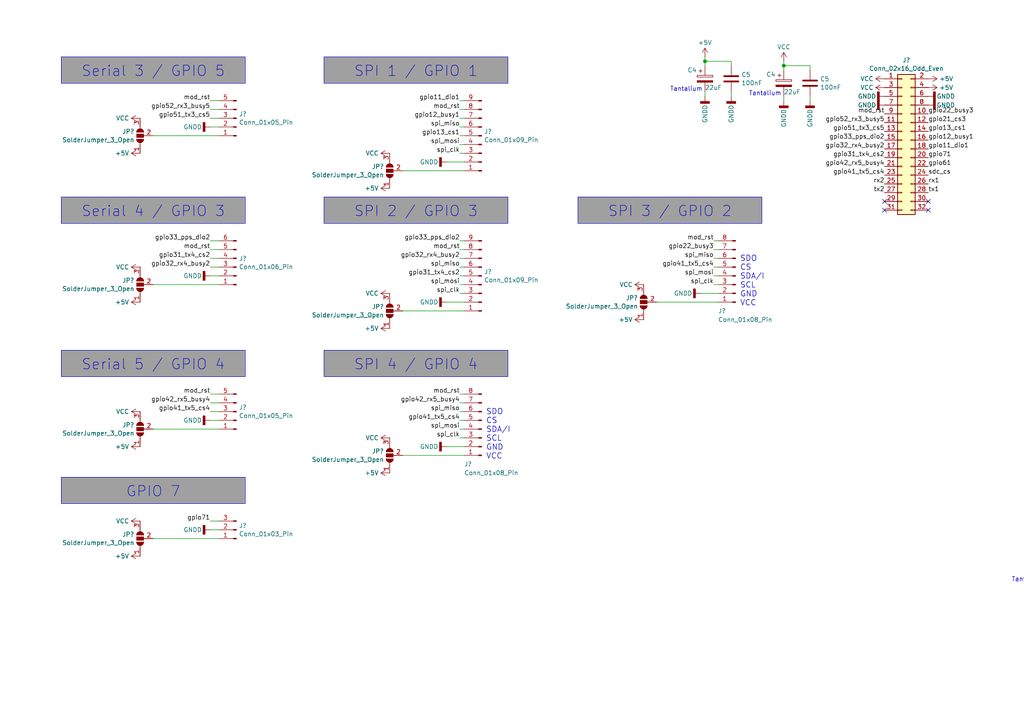
<source format=kicad_sch>
(kicad_sch (version 20230121) (generator eeschema)
  (paper "A4")
  (lib_symbols
    (symbol "Connector:Conn_01x03_Pin" (pin_names (offset 1.016) hide)
      (property "Reference" "J" (at 0 5.08 0))
      (property "Value" "Conn_01x03_Pin" (at 0 -5.08 0))
      (symbol "Conn_01x03_Pin_1_1"
        (polyline (pts (xy 1.27 -2.54) (xy 0.8636 -2.54)) (stroke (width 0.1524)))
        (polyline (pts (xy 1.27 0) (xy 0.8636 0)) (stroke (width 0.1524)))
        (polyline (pts (xy 1.27 2.54) (xy 0.8636 2.54)) (stroke (width 0.1524)))
        (rectangle (start 0.8636 -2.413) (end 0 -2.667) (stroke (width 0.1524)) (fill (type outline)))
        (rectangle (start 0.8636 0.127) (end 0 -0.127) (stroke (width 0.1524)) (fill (type outline)))
        (rectangle (start 0.8636 2.667) (end 0 2.413) (stroke (width 0.1524)) (fill (type outline)))
        (pin passive line (at 5.08 2.54 180) (length 3.81) (name "Pin_1") (number "1"))
        (pin passive line (at 5.08 0 180) (length 3.81) (name "Pin_2") (number "2"))
        (pin passive line (at 5.08 -2.54 180) (length 3.81) (name "Pin_3") (number "3"))
      )
    )
    (symbol "Connector:Conn_01x05_Pin" (pin_names (offset 1.016) hide)
      (property "Reference" "J" (at 0 7.62 0))
      (property "Value" "Conn_01x05_Pin" (at 0 -7.62 0))
      (symbol "Conn_01x05_Pin_1_1"
        (polyline (pts (xy 1.27 -5.08) (xy 0.8636 -5.08)) (stroke (width 0.1524)))
        (polyline (pts (xy 1.27 -2.54) (xy 0.8636 -2.54)) (stroke (width 0.1524)))
        (polyline (pts (xy 1.27 0) (xy 0.8636 0)) (stroke (width 0.1524)))
        (polyline (pts (xy 1.27 2.54) (xy 0.8636 2.54)) (stroke (width 0.1524)))
        (polyline (pts (xy 1.27 5.08) (xy 0.8636 5.08)) (stroke (width 0.1524)))
        (rectangle (start 0.8636 -4.953) (end 0 -5.207) (stroke (width 0.1524)) (fill (type outline)))
        (rectangle (start 0.8636 -2.413) (end 0 -2.667) (stroke (width 0.1524)) (fill (type outline)))
        (rectangle (start 0.8636 0.127) (end 0 -0.127) (stroke (width 0.1524)) (fill (type outline)))
        (rectangle (start 0.8636 2.667) (end 0 2.413) (stroke (width 0.1524)) (fill (type outline)))
        (rectangle (start 0.8636 5.207) (end 0 4.953) (stroke (width 0.1524)) (fill (type outline)))
        (pin passive line (at 5.08 5.08 180) (length 3.81) (name "Pin_1") (number "1"))
        (pin passive line (at 5.08 2.54 180) (length 3.81) (name "Pin_2") (number "2"))
        (pin passive line (at 5.08 0 180) (length 3.81) (name "Pin_3") (number "3"))
        (pin passive line (at 5.08 -2.54 180) (length 3.81) (name "Pin_4") (number "4"))
        (pin passive line (at 5.08 -5.08 180) (length 3.81) (name "Pin_5") (number "5"))
      )
    )
    (symbol "Connector:Conn_01x06_Pin" (pin_names (offset 1.016) hide)
      (property "Reference" "J" (at 0 7.62 0))
      (property "Value" "Conn_01x06_Pin" (at 0 -10.16 0))
      (symbol "Conn_01x06_Pin_1_1"
        (polyline (pts (xy 1.27 -7.62) (xy 0.8636 -7.62)) (stroke (width 0.1524)))
        (polyline (pts (xy 1.27 -5.08) (xy 0.8636 -5.08)) (stroke (width 0.1524)))
        (polyline (pts (xy 1.27 -2.54) (xy 0.8636 -2.54)) (stroke (width 0.1524)))
        (polyline (pts (xy 1.27 0) (xy 0.8636 0)) (stroke (width 0.1524)))
        (polyline (pts (xy 1.27 2.54) (xy 0.8636 2.54)) (stroke (width 0.1524)))
        (polyline (pts (xy 1.27 5.08) (xy 0.8636 5.08)) (stroke (width 0.1524)))
        (rectangle (start 0.8636 -7.493) (end 0 -7.747) (stroke (width 0.1524)) (fill (type outline)))
        (rectangle (start 0.8636 -4.953) (end 0 -5.207) (stroke (width 0.1524)) (fill (type outline)))
        (rectangle (start 0.8636 -2.413) (end 0 -2.667) (stroke (width 0.1524)) (fill (type outline)))
        (rectangle (start 0.8636 0.127) (end 0 -0.127) (stroke (width 0.1524)) (fill (type outline)))
        (rectangle (start 0.8636 2.667) (end 0 2.413) (stroke (width 0.1524)) (fill (type outline)))
        (rectangle (start 0.8636 5.207) (end 0 4.953) (stroke (width 0.1524)) (fill (type outline)))
        (pin passive line (at 5.08 5.08 180) (length 3.81) (name "Pin_1") (number "1"))
        (pin passive line (at 5.08 2.54 180) (length 3.81) (name "Pin_2") (number "2"))
        (pin passive line (at 5.08 0 180) (length 3.81) (name "Pin_3") (number "3"))
        (pin passive line (at 5.08 -2.54 180) (length 3.81) (name "Pin_4") (number "4"))
        (pin passive line (at 5.08 -5.08 180) (length 3.81) (name "Pin_5") (number "5"))
        (pin passive line (at 5.08 -7.62 180) (length 3.81) (name "Pin_6") (number "6"))
      )
    )
    (symbol "Connector:Conn_01x08_Pin" (pin_names (offset 1.016) hide)
      (property "Reference" "J" (at 0 10.16 0))
      (property "Value" "Conn_01x08_Pin" (at 0 -12.7 0))
      (symbol "Conn_01x08_Pin_1_1"
        (polyline (pts (xy 1.27 -10.16) (xy 0.8636 -10.16)) (stroke (width 0.1524)))
        (polyline (pts (xy 1.27 -7.62) (xy 0.8636 -7.62)) (stroke (width 0.1524)))
        (polyline (pts (xy 1.27 -5.08) (xy 0.8636 -5.08)) (stroke (width 0.1524)))
        (polyline (pts (xy 1.27 -2.54) (xy 0.8636 -2.54)) (stroke (width 0.1524)))
        (polyline (pts (xy 1.27 0) (xy 0.8636 0)) (stroke (width 0.1524)))
        (polyline (pts (xy 1.27 2.54) (xy 0.8636 2.54)) (stroke (width 0.1524)))
        (polyline (pts (xy 1.27 5.08) (xy 0.8636 5.08)) (stroke (width 0.1524)))
        (polyline (pts (xy 1.27 7.62) (xy 0.8636 7.62)) (stroke (width 0.1524)))
        (rectangle (start 0.8636 -10.033) (end 0 -10.287) (stroke (width 0.1524)) (fill (type outline)))
        (rectangle (start 0.8636 -7.493) (end 0 -7.747) (stroke (width 0.1524)) (fill (type outline)))
        (rectangle (start 0.8636 -4.953) (end 0 -5.207) (stroke (width 0.1524)) (fill (type outline)))
        (rectangle (start 0.8636 -2.413) (end 0 -2.667) (stroke (width 0.1524)) (fill (type outline)))
        (rectangle (start 0.8636 0.127) (end 0 -0.127) (stroke (width 0.1524)) (fill (type outline)))
        (rectangle (start 0.8636 2.667) (end 0 2.413) (stroke (width 0.1524)) (fill (type outline)))
        (rectangle (start 0.8636 5.207) (end 0 4.953) (stroke (width 0.1524)) (fill (type outline)))
        (rectangle (start 0.8636 7.747) (end 0 7.493) (stroke (width 0.1524)) (fill (type outline)))
        (pin passive line (at 5.08 7.62 180) (length 3.81) (name "Pin_1") (number "1"))
        (pin passive line (at 5.08 5.08 180) (length 3.81) (name "Pin_2") (number "2"))
        (pin passive line (at 5.08 2.54 180) (length 3.81) (name "Pin_3") (number "3"))
        (pin passive line (at 5.08 0 180) (length 3.81) (name "Pin_4") (number "4"))
        (pin passive line (at 5.08 -2.54 180) (length 3.81) (name "Pin_5") (number "5"))
        (pin passive line (at 5.08 -5.08 180) (length 3.81) (name "Pin_6") (number "6"))
        (pin passive line (at 5.08 -7.62 180) (length 3.81) (name "Pin_7") (number "7"))
        (pin passive line (at 5.08 -10.16 180) (length 3.81) (name "Pin_8") (number "8"))
      )
    )
    (symbol "Connector:Conn_01x09_Pin" (pin_names (offset 1.016) hide)
      (property "Reference" "J" (at 0 12.7 0))
      (property "Value" "Conn_01x09_Pin" (at 0 -12.7 0))
      (symbol "Conn_01x09_Pin_1_1"
        (polyline (pts (xy 1.27 -10.16) (xy 0.8636 -10.16)) (stroke (width 0.1524)))
        (polyline (pts (xy 1.27 -7.62) (xy 0.8636 -7.62)) (stroke (width 0.1524)))
        (polyline (pts (xy 1.27 -5.08) (xy 0.8636 -5.08)) (stroke (width 0.1524)))
        (polyline (pts (xy 1.27 -2.54) (xy 0.8636 -2.54)) (stroke (width 0.1524)))
        (polyline (pts (xy 1.27 0) (xy 0.8636 0)) (stroke (width 0.1524)))
        (polyline (pts (xy 1.27 2.54) (xy 0.8636 2.54)) (stroke (width 0.1524)))
        (polyline (pts (xy 1.27 5.08) (xy 0.8636 5.08)) (stroke (width 0.1524)))
        (polyline (pts (xy 1.27 7.62) (xy 0.8636 7.62)) (stroke (width 0.1524)))
        (polyline (pts (xy 1.27 10.16) (xy 0.8636 10.16)) (stroke (width 0.1524)))
        (rectangle (start 0.8636 -10.033) (end 0 -10.287) (stroke (width 0.1524)) (fill (type outline)))
        (rectangle (start 0.8636 -7.493) (end 0 -7.747) (stroke (width 0.1524)) (fill (type outline)))
        (rectangle (start 0.8636 -4.953) (end 0 -5.207) (stroke (width 0.1524)) (fill (type outline)))
        (rectangle (start 0.8636 -2.413) (end 0 -2.667) (stroke (width 0.1524)) (fill (type outline)))
        (rectangle (start 0.8636 0.127) (end 0 -0.127) (stroke (width 0.1524)) (fill (type outline)))
        (rectangle (start 0.8636 2.667) (end 0 2.413) (stroke (width 0.1524)) (fill (type outline)))
        (rectangle (start 0.8636 5.207) (end 0 4.953) (stroke (width 0.1524)) (fill (type outline)))
        (rectangle (start 0.8636 7.747) (end 0 7.493) (stroke (width 0.1524)) (fill (type outline)))
        (rectangle (start 0.8636 10.287) (end 0 10.033) (stroke (width 0.1524)) (fill (type outline)))
        (pin passive line (at 5.08 10.16 180) (length 3.81) (name "Pin_1") (number "1"))
        (pin passive line (at 5.08 7.62 180) (length 3.81) (name "Pin_2") (number "2"))
        (pin passive line (at 5.08 5.08 180) (length 3.81) (name "Pin_3") (number "3"))
        (pin passive line (at 5.08 2.54 180) (length 3.81) (name "Pin_4") (number "4"))
        (pin passive line (at 5.08 0 180) (length 3.81) (name "Pin_5") (number "5"))
        (pin passive line (at 5.08 -2.54 180) (length 3.81) (name "Pin_6") (number "6"))
        (pin passive line (at 5.08 -5.08 180) (length 3.81) (name "Pin_7") (number "7"))
        (pin passive line (at 5.08 -7.62 180) (length 3.81) (name "Pin_8") (number "8"))
        (pin passive line (at 5.08 -10.16 180) (length 3.81) (name "Pin_9") (number "9"))
      )
    )
    (symbol "Connector_Generic:Conn_02x16_Odd_Even" (pin_names (offset 1.016) hide)
      (property "Reference" "J" (at 1.27 20.32 0))
      (property "Value" "Conn_02x16_Odd_Even" (at 1.27 -22.86 0))
      (symbol "Conn_02x16_Odd_Even_1_1"
        (rectangle (start -1.27 -20.193) (end 0 -20.447) (stroke (width 0.1524)))
        (rectangle (start -1.27 -17.653) (end 0 -17.907) (stroke (width 0.1524)))
        (rectangle (start -1.27 -15.113) (end 0 -15.367) (stroke (width 0.1524)))
        (rectangle (start -1.27 -12.573) (end 0 -12.827) (stroke (width 0.1524)))
        (rectangle (start -1.27 -10.033) (end 0 -10.287) (stroke (width 0.1524)))
        (rectangle (start -1.27 -7.493) (end 0 -7.747) (stroke (width 0.1524)))
        (rectangle (start -1.27 -4.953) (end 0 -5.207) (stroke (width 0.1524)))
        (rectangle (start -1.27 -2.413) (end 0 -2.667) (stroke (width 0.1524)))
        (rectangle (start -1.27 0.127) (end 0 -0.127) (stroke (width 0.1524)))
        (rectangle (start -1.27 2.667) (end 0 2.413) (stroke (width 0.1524)))
        (rectangle (start -1.27 5.207) (end 0 4.953) (stroke (width 0.1524)))
        (rectangle (start -1.27 7.747) (end 0 7.493) (stroke (width 0.1524)))
        (rectangle (start -1.27 10.287) (end 0 10.033) (stroke (width 0.1524)))
        (rectangle (start -1.27 12.827) (end 0 12.573) (stroke (width 0.1524)))
        (rectangle (start -1.27 15.367) (end 0 15.113) (stroke (width 0.1524)))
        (rectangle (start -1.27 17.907) (end 0 17.653) (stroke (width 0.1524)))
        (rectangle (start -1.27 19.05) (end 3.81 -21.59) (stroke (width 0.254)) (fill (type background)))
        (rectangle (start 3.81 -20.193) (end 2.54 -20.447) (stroke (width 0.1524)))
        (rectangle (start 3.81 -17.653) (end 2.54 -17.907) (stroke (width 0.1524)))
        (rectangle (start 3.81 -15.113) (end 2.54 -15.367) (stroke (width 0.1524)))
        (rectangle (start 3.81 -12.573) (end 2.54 -12.827) (stroke (width 0.1524)))
        (rectangle (start 3.81 -10.033) (end 2.54 -10.287) (stroke (width 0.1524)))
        (rectangle (start 3.81 -7.493) (end 2.54 -7.747) (stroke (width 0.1524)))
        (rectangle (start 3.81 -4.953) (end 2.54 -5.207) (stroke (width 0.1524)))
        (rectangle (start 3.81 -2.413) (end 2.54 -2.667) (stroke (width 0.1524)))
        (rectangle (start 3.81 0.127) (end 2.54 -0.127) (stroke (width 0.1524)))
        (rectangle (start 3.81 2.667) (end 2.54 2.413) (stroke (width 0.1524)))
        (rectangle (start 3.81 5.207) (end 2.54 4.953) (stroke (width 0.1524)))
        (rectangle (start 3.81 7.747) (end 2.54 7.493) (stroke (width 0.1524)))
        (rectangle (start 3.81 10.287) (end 2.54 10.033) (stroke (width 0.1524)))
        (rectangle (start 3.81 12.827) (end 2.54 12.573) (stroke (width 0.1524)))
        (rectangle (start 3.81 15.367) (end 2.54 15.113) (stroke (width 0.1524)))
        (rectangle (start 3.81 17.907) (end 2.54 17.653) (stroke (width 0.1524)))
        (pin passive line (at -5.08 17.78 0) (length 3.81) (name "Pin_1") (number "1"))
        (pin passive line (at 7.62 7.62 180) (length 3.81) (name "Pin_10") (number "10"))
        (pin passive line (at -5.08 5.08 0) (length 3.81) (name "Pin_11") (number "11"))
        (pin passive line (at 7.62 5.08 180) (length 3.81) (name "Pin_12") (number "12"))
        (pin passive line (at -5.08 2.54 0) (length 3.81) (name "Pin_13") (number "13"))
        (pin passive line (at 7.62 2.54 180) (length 3.81) (name "Pin_14") (number "14"))
        (pin passive line (at -5.08 0 0) (length 3.81) (name "Pin_15") (number "15"))
        (pin passive line (at 7.62 0 180) (length 3.81) (name "Pin_16") (number "16"))
        (pin passive line (at -5.08 -2.54 0) (length 3.81) (name "Pin_17") (number "17"))
        (pin passive line (at 7.62 -2.54 180) (length 3.81) (name "Pin_18") (number "18"))
        (pin passive line (at -5.08 -5.08 0) (length 3.81) (name "Pin_19") (number "19"))
        (pin passive line (at 7.62 17.78 180) (length 3.81) (name "Pin_2") (number "2"))
        (pin passive line (at 7.62 -5.08 180) (length 3.81) (name "Pin_20") (number "20"))
        (pin passive line (at -5.08 -7.62 0) (length 3.81) (name "Pin_21") (number "21"))
        (pin passive line (at 7.62 -7.62 180) (length 3.81) (name "Pin_22") (number "22"))
        (pin passive line (at -5.08 -10.16 0) (length 3.81) (name "Pin_23") (number "23"))
        (pin passive line (at 7.62 -10.16 180) (length 3.81) (name "Pin_24") (number "24"))
        (pin passive line (at -5.08 -12.7 0) (length 3.81) (name "Pin_25") (number "25"))
        (pin passive line (at 7.62 -12.7 180) (length 3.81) (name "Pin_26") (number "26"))
        (pin passive line (at -5.08 -15.24 0) (length 3.81) (name "Pin_27") (number "27"))
        (pin passive line (at 7.62 -15.24 180) (length 3.81) (name "Pin_28") (number "28"))
        (pin passive line (at -5.08 -17.78 0) (length 3.81) (name "Pin_29") (number "29"))
        (pin passive line (at -5.08 15.24 0) (length 3.81) (name "Pin_3") (number "3"))
        (pin passive line (at 7.62 -17.78 180) (length 3.81) (name "Pin_30") (number "30"))
        (pin passive line (at -5.08 -20.32 0) (length 3.81) (name "Pin_31") (number "31"))
        (pin passive line (at 7.62 -20.32 180) (length 3.81) (name "Pin_32") (number "32"))
        (pin passive line (at 7.62 15.24 180) (length 3.81) (name "Pin_4") (number "4"))
        (pin passive line (at -5.08 12.7 0) (length 3.81) (name "Pin_5") (number "5"))
        (pin passive line (at 7.62 12.7 180) (length 3.81) (name "Pin_6") (number "6"))
        (pin passive line (at -5.08 10.16 0) (length 3.81) (name "Pin_7") (number "7"))
        (pin passive line (at 7.62 10.16 180) (length 3.81) (name "Pin_8") (number "8"))
        (pin passive line (at -5.08 7.62 0) (length 3.81) (name "Pin_9") (number "9"))
      )
    )
    (symbol "Device:C" (pin_numbers hide) (pin_names (offset 0.254))
      (property "Reference" "C" (at 0.635 2.54 0))
      (property "Value" "C" (at 0.635 -2.54 0))
      (symbol "C_0_1"
        (polyline (pts (xy -2.032 -0.762) (xy 2.032 -0.762)) (stroke (width 0.508)))
        (polyline (pts (xy -2.032 0.762) (xy 2.032 0.762)) (stroke (width 0.508)))
      )
      (symbol "C_1_1"
        (pin passive line (at 0 3.81 270) (length 2.794) (name "~") (number "1"))
        (pin passive line (at 0 -3.81 90) (length 2.794) (name "~") (number "2"))
      )
    )
    (symbol "Device:C_Polarized" (pin_numbers hide) (pin_names (offset 0.254))
      (property "Reference" "C" (at 0.635 2.54 0))
      (property "Value" "C_Polarized" (at 0.635 -2.54 0))
      (symbol "C_Polarized_0_1"
        (rectangle (start -2.286 0.508) (end 2.286 1.016))
        (polyline (pts (xy -1.778 2.286) (xy -0.762 2.286)))
        (polyline (pts (xy -1.27 2.794) (xy -1.27 1.778)))
        (rectangle (start 2.286 -0.508) (end -2.286 -1.016) (fill (type outline)))
      )
      (symbol "C_Polarized_1_1"
        (pin passive line (at 0 3.81 270) (length 2.794) (name "~") (number "1"))
        (pin passive line (at 0 -3.81 90) (length 2.794) (name "~") (number "2"))
      )
    )
    (symbol "Heltec_Wireless_Stick_V3_1"
      (property "Reference" "U?" (at -11.43 34.29 0))
      (symbol "Heltec_Wireless_Stick_V3_1_0_1"
        (rectangle (start -12.7 33.02) (end 12.7 -20.32) (stroke (width 0.254)) (fill (type background)))
      )
      (symbol "Heltec_Wireless_Stick_V3_1_1_1"
        (pin power_in line (at -3.81 35.56 270) (length 2.54) (name "Ve") (number "1"))
        (pin bidirectional line (at -15.24 10.16 0) (length 2.54) (name "IO37") (number "10"))
        (pin bidirectional line (at -15.24 7.62 0) (length 2.54) (name "IO38") (number "11"))
        (pin input line (at -15.24 5.08 0) (length 2.54) (name "IO39") (number "12"))
        (pin bidirectional line (at -15.24 2.54 0) (length 2.54) (name "IO40") (number "13"))
        (pin bidirectional line (at -15.24 0 0) (length 2.54) (name "IO41") (number "14"))
        (pin bidirectional line (at -15.24 -2.54 0) (length 2.54) (name "IO42") (number "15"))
        (pin bidirectional line (at -15.24 -5.08 0) (length 2.54) (name "IO45") (number "16"))
        (pin bidirectional line (at -15.24 -7.62 0) (length 2.54) (name "IO46") (number "17"))
        (pin bidirectional line (at -15.24 -10.16 0) (length 2.54) (name "IO01_TX0") (number "18"))
        (pin bidirectional line (at -15.24 -12.7 0) (length 2.54) (name "IO02") (number "19"))
        (pin power_in line (at 0 -22.86 90) (length 2.54) (name "GND") (number "2"))
        (pin bidirectional line (at -15.24 -15.24 0) (length 2.54) (name "IO03_RX0") (number "20"))
        (pin bidirectional line (at 15.24 -15.24 180) (length 2.54) (name "IO04") (number "21"))
        (pin bidirectional line (at 15.24 -12.7 180) (length 2.54) (name "IO05") (number "22"))
        (pin bidirectional line (at 15.24 -10.16 180) (length 2.54) (name "IO06") (number "23"))
        (pin bidirectional line (at 15.24 -7.62 180) (length 2.54) (name "IO07") (number "24"))
        (pin bidirectional line (at 15.24 -5.08 180) (length 2.54) (name "IO15") (number "25"))
        (pin bidirectional line (at 15.24 -2.54 180) (length 2.54) (name "IO16_RX2") (number "26"))
        (pin input line (at 15.24 0 180) (length 2.54) (name "~{RST}") (number "27"))
        (pin bidirectional line (at 15.24 2.54 180) (length 2.54) (name "IO14") (number "28"))
        (pin bidirectional line (at 15.24 5.08 180) (length 2.54) (name "IO17_TX2") (number "29"))
        (pin bidirectional line (at -15.24 27.94 0) (length 2.54) (name "IO12") (number "3"))
        (pin bidirectional line (at 15.24 7.62 180) (length 2.54) (name "IO19") (number "30"))
        (pin bidirectional line (at 15.24 10.16 180) (length 2.54) (name "IO21") (number "31"))
        (pin bidirectional line (at 15.24 12.7 180) (length 2.54) (name "IO18") (number "32"))
        (pin bidirectional line (at 15.24 15.24 180) (length 2.54) (name "IO20") (number "33"))
        (pin bidirectional line (at 15.24 17.78 180) (length 2.54) (name "IO26") (number "34"))
        (pin bidirectional line (at 15.24 20.32 180) (length 2.54) (name "IO00") (number "35"))
        (pin bidirectional line (at 15.24 22.86 180) (length 2.54) (name "IO48") (number "36"))
        (pin bidirectional line (at 15.24 25.4 180) (length 2.54) (name "IO47") (number "37"))
        (pin power_in line (at 0 -22.86 90) (length 2.54) (name "GND") (number "38"))
        (pin power_in line (at 3.81 35.56 270) (length 2.54) (name "3V3") (number "39"))
        (pin bidirectional line (at -15.24 25.4 0) (length 2.54) (name "IO44") (number "4"))
        (pin power_in line (at 0 35.56 270) (length 2.54) (name "5V") (number "40"))
        (pin bidirectional line (at -15.24 22.86 0) (length 2.54) (name "IO43") (number "5"))
        (pin bidirectional line (at -15.24 20.32 0) (length 2.54) (name "IO33") (number "6"))
        (pin input line (at -15.24 17.78 0) (length 2.54) (name "IO34") (number "7"))
        (pin input line (at -15.24 15.24 0) (length 2.54) (name "IO35") (number "8"))
        (pin input line (at -15.24 12.7 0) (length 2.54) (name "IO36") (number "9"))
      )
    )
    (symbol "Jumper:SolderJumper_3_Open" (pin_names (offset 0) hide)
      (property "Reference" "JP" (at -2.54 -2.54 0))
      (property "Value" "SolderJumper_3_Open" (at 0 2.794 0))
      (symbol "SolderJumper_3_Open_0_1"
        (arc (start -1.016 1.016) (mid -2.0276 0) (end -1.016 -1.016))
        (arc (start -1.016 1.016) (mid -2.0276 0) (end -1.016 -1.016) (fill (type outline)))
        (rectangle (start -0.508 1.016) (end 0.508 -1.016) (fill (type outline)))
        (polyline (pts (xy -2.54 0) (xy -2.032 0)))
        (polyline (pts (xy -1.016 1.016) (xy -1.016 -1.016)))
        (polyline (pts (xy 0 -1.27) (xy 0 -1.016)))
        (polyline (pts (xy 1.016 1.016) (xy 1.016 -1.016)))
        (polyline (pts (xy 2.54 0) (xy 2.032 0)))
        (arc (start 1.016 -1.016) (mid 2.0276 0) (end 1.016 1.016))
        (arc (start 1.016 -1.016) (mid 2.0276 0) (end 1.016 1.016) (fill (type outline)))
      )
      (symbol "SolderJumper_3_Open_1_1"
        (pin passive line (at -5.08 0 0) (length 2.54) (name "A") (number "1"))
        (pin passive line (at 0 -3.81 90) (length 2.54) (name "C") (number "2"))
        (pin passive line (at 5.08 0 180) (length 2.54) (name "B") (number "3"))
      )
    )
    (symbol "misc:Heltec_Wireless_Stick_V3"
      (property "Reference" "U?" (at -11.43 34.29 0))
      (symbol "Heltec_Wireless_Stick_V3_0_1"
        (rectangle (start -12.7 33.02) (end 12.7 -20.32) (stroke (width 0.254)) (fill (type background)))
      )
      (symbol "Heltec_Wireless_Stick_V3_1_1"
        (pin power_in line (at -3.81 35.56 270) (length 2.54) (name "Ve") (number "1"))
        (pin bidirectional line (at -15.24 10.16 0) (length 2.54) (name "IO37") (number "10"))
        (pin bidirectional line (at -15.24 7.62 0) (length 2.54) (name "IO38") (number "11"))
        (pin input line (at -15.24 5.08 0) (length 2.54) (name "IO39") (number "12"))
        (pin bidirectional line (at -15.24 2.54 0) (length 2.54) (name "IO40") (number "13"))
        (pin bidirectional line (at -15.24 0 0) (length 2.54) (name "IO41") (number "14"))
        (pin bidirectional line (at -15.24 -2.54 0) (length 2.54) (name "IO42") (number "15"))
        (pin bidirectional line (at -15.24 -5.08 0) (length 2.54) (name "IO45") (number "16"))
        (pin bidirectional line (at -15.24 -7.62 0) (length 2.54) (name "IO46") (number "17"))
        (pin bidirectional line (at -15.24 -10.16 0) (length 2.54) (name "IO01_TX0") (number "18"))
        (pin bidirectional line (at -15.24 -12.7 0) (length 2.54) (name "IO02") (number "19"))
        (pin power_in line (at 0 -22.86 90) (length 2.54) (name "GND") (number "2"))
        (pin bidirectional line (at -15.24 -15.24 0) (length 2.54) (name "IO03_RX0") (number "20"))
        (pin bidirectional line (at 15.24 -15.24 180) (length 2.54) (name "IO04") (number "21"))
        (pin bidirectional line (at 15.24 -12.7 180) (length 2.54) (name "IO05") (number "22"))
        (pin bidirectional line (at 15.24 -10.16 180) (length 2.54) (name "IO06") (number "23"))
        (pin bidirectional line (at 15.24 -7.62 180) (length 2.54) (name "IO07") (number "24"))
        (pin bidirectional line (at 15.24 -5.08 180) (length 2.54) (name "IO15") (number "25"))
        (pin bidirectional line (at 15.24 -2.54 180) (length 2.54) (name "IO16_RX2") (number "26"))
        (pin input line (at 15.24 0 180) (length 2.54) (name "~{RST}") (number "27"))
        (pin bidirectional line (at 15.24 2.54 180) (length 2.54) (name "IO14") (number "28"))
        (pin bidirectional line (at 15.24 5.08 180) (length 2.54) (name "IO17_TX2") (number "29"))
        (pin bidirectional line (at -15.24 27.94 0) (length 2.54) (name "IO12") (number "3"))
        (pin bidirectional line (at 15.24 7.62 180) (length 2.54) (name "IO19") (number "30"))
        (pin bidirectional line (at 15.24 10.16 180) (length 2.54) (name "IO21") (number "31"))
        (pin bidirectional line (at 15.24 12.7 180) (length 2.54) (name "IO18") (number "32"))
        (pin bidirectional line (at 15.24 15.24 180) (length 2.54) (name "IO20") (number "33"))
        (pin bidirectional line (at 15.24 17.78 180) (length 2.54) (name "IO26") (number "34"))
        (pin bidirectional line (at 15.24 20.32 180) (length 2.54) (name "IO00") (number "35"))
        (pin bidirectional line (at 15.24 22.86 180) (length 2.54) (name "IO48") (number "36"))
        (pin bidirectional line (at 15.24 25.4 180) (length 2.54) (name "IO47") (number "37"))
        (pin power_in line (at 0 -22.86 90) (length 2.54) (name "GND") (number "38"))
        (pin power_in line (at 3.81 35.56 270) (length 2.54) (name "3V3") (number "39"))
        (pin bidirectional line (at -15.24 25.4 0) (length 2.54) (name "IO44") (number "4"))
        (pin power_in line (at 0 35.56 270) (length 2.54) (name "5V") (number "40"))
        (pin bidirectional line (at -15.24 22.86 0) (length 2.54) (name "IO43") (number "5"))
        (pin bidirectional line (at -15.24 20.32 0) (length 2.54) (name "IO33") (number "6"))
        (pin input line (at -15.24 17.78 0) (length 2.54) (name "IO34") (number "7"))
        (pin input line (at -15.24 15.24 0) (length 2.54) (name "IO35") (number "8"))
        (pin input line (at -15.24 12.7 0) (length 2.54) (name "IO36") (number "9"))
      )
    )
    (symbol "power:+5V" (power) (pin_names (offset 0))
      (property "Value" "+5V" (at 0 3.556 0))
      (symbol "+5V_0_1"
        (polyline (pts (xy -0.762 1.27) (xy 0 2.54)))
        (polyline (pts (xy 0 0) (xy 0 2.54)))
        (polyline (pts (xy 0 2.54) (xy 0.762 1.27)))
      )
      (symbol "+5V_1_1"
        (pin power_in line (at 0 0 90) (length 0) hide (name "+5V") (number "1"))
      )
    )
    (symbol "power:GNDD" (power) (pin_names (offset 0))
      (property "Value" "GNDD" (at 0 -3.175 0))
      (symbol "GNDD_0_1"
        (rectangle (start -1.27 -1.524) (end 1.27 -2.032) (stroke (width 0.254)) (fill (type outline)))
        (polyline (pts (xy 0 0) (xy 0 -1.524)))
      )
      (symbol "GNDD_1_1"
        (pin power_in line (at 0 0 270) (length 0) hide (name "GNDD") (number "1"))
      )
    )
    (symbol "power:VCC" (power) (pin_names (offset 0))
      (property "Value" "VCC" (at 0 3.81 0))
      (symbol "VCC_0_1"
        (polyline (pts (xy -0.762 1.27) (xy 0 2.54)))
        (polyline (pts (xy 0 0) (xy 0 2.54)))
        (polyline (pts (xy 0 2.54) (xy 0.762 1.27)))
      )
      (symbol "VCC_1_1"
        (pin power_in line (at 0 0 90) (length 0) hide (name "VCC") (number "1"))
      )
    )
  )
  (junction (at 227.33 19.05))
  (junction (at 311.15 96.52))
  (junction (at 204.47 17.78))
  (junction (at 311.15 161.29))
  (junction (at 311.15 171.45))
  (junction (at 311.15 86.36))
  (no_connect (at 330.2 168.91))
  (no_connect (at 330.2 78.74))
  (no_connect (at 360.68 151.13))
  (no_connect (at 330.2 171.45))
  (no_connect (at 360.68 73.66))
  (no_connect (at 330.2 133.35))
  (no_connect (at 360.68 130.81))
  (no_connect (at 360.68 91.44))
  (no_connect (at 330.2 81.28))
  (no_connect (at 330.2 88.9))
  (no_connect (at 360.68 158.75))
  (no_connect (at 360.68 148.59))
  (no_connect (at 330.2 163.83))
  (no_connect (at 330.2 156.21))
  (no_connect (at 349.25 45.72))
  (no_connect (at 360.68 68.58))
  (no_connect (at 330.2 153.67))
  (no_connect (at 269.24 60.96))
  (no_connect (at 341.63 45.72))
  (no_connect (at 360.68 96.52))
  (no_connect (at 360.68 66.04))
  (no_connect (at 360.68 168.91))
  (no_connect (at 330.2 91.44))
  (no_connect (at 330.2 55.88))
  (no_connect (at 360.68 163.83))
  (no_connect (at 360.68 166.37))
  (no_connect (at 360.68 135.89))
  (no_connect (at 256.54 58.42))
  (no_connect (at 330.2 161.29))
  (no_connect (at 360.68 58.42))
  (no_connect (at 360.68 138.43))
  (no_connect (at 330.2 135.89))
  (no_connect (at 360.68 71.12))
  (no_connect (at 330.2 60.96))
  (no_connect (at 360.68 55.88))
  (no_connect (at 330.2 73.66))
  (no_connect (at 360.68 60.96))
  (no_connect (at 330.2 140.97))
  (no_connect (at 360.68 83.82))
  (no_connect (at 360.68 133.35))
  (no_connect (at 360.68 93.98))
  (no_connect (at 330.2 83.82))
  (no_connect (at 330.2 58.42))
  (no_connect (at 256.54 60.96))
  (no_connect (at 330.2 93.98))
  (no_connect (at 330.2 66.04))
  (no_connect (at 360.68 161.29))
  (no_connect (at 360.68 153.67))
  (no_connect (at 341.63 120.65))
  (no_connect (at 360.68 146.05))
  (no_connect (at 330.2 96.52))
  (no_connect (at 330.2 143.51))
  (no_connect (at 330.2 148.59))
  (no_connect (at 360.68 76.2))
  (no_connect (at 360.68 143.51))
  (no_connect (at 269.24 58.42))
  (no_connect (at 330.2 68.58))
  (no_connect (at 349.25 120.65))
  (no_connect (at 330.2 158.75))
  (no_connect (at 330.2 86.36))
  (no_connect (at 360.68 171.45))
  (no_connect (at 360.68 63.5))
  (no_connect (at 360.68 78.74))
  (no_connect (at 360.68 86.36))
  (no_connect (at 360.68 88.9))
  (no_connect (at 330.2 151.13))
  (no_connect (at 360.68 140.97))
  (no_connect (at 330.2 76.2))
  (no_connect (at 330.2 130.81))
  (no_connect (at 330.2 166.37))
  (wire (pts (xy 60.96 74.93) (xy 63.5 74.93)))
  (wire (pts (xy 204.47 27.94) (xy 204.47 26.67)))
  (wire (pts (xy 318.77 95.25) (xy 318.77 96.52)))
  (wire (pts (xy 129.54 46.99) (xy 134.62 46.99)))
  (wire (pts (xy 134.62 124.46) (xy 133.35 124.46)))
  (wire (pts (xy 311.15 96.52) (xy 311.15 97.79)))
  (wire (pts (xy 133.35 36.83) (xy 134.62 36.83)))
  (wire (pts (xy 44.45 156.21) (xy 63.5 156.21)))
  (wire (pts (xy 345.44 44.45) (xy 345.44 45.72)))
  (wire (pts (xy 44.45 82.55) (xy 63.5 82.55)))
  (wire (pts (xy 203.2 85.09) (xy 208.28 85.09)))
  (wire (pts (xy 133.35 34.29) (xy 134.62 34.29)))
  (wire (pts (xy 133.35 72.39) (xy 134.62 72.39)))
  (wire (pts (xy 134.62 127) (xy 133.35 127)))
  (wire (pts (xy 207.01 72.39) (xy 208.28 72.39)))
  (wire (pts (xy 60.96 69.85) (xy 63.5 69.85)))
  (wire (pts (xy 60.96 29.21) (xy 63.5 29.21)))
  (wire (pts (xy 134.62 44.45) (xy 133.35 44.45)))
  (wire (pts (xy 227.33 19.05) (xy 234.95 19.05)))
  (wire (pts (xy 133.35 39.37) (xy 134.62 39.37)))
  (wire (pts (xy 133.35 31.75) (xy 134.62 31.75)))
  (wire (pts (xy 311.15 87.63) (xy 311.15 86.36)))
  (wire (pts (xy 60.96 80.01) (xy 63.5 80.01)))
  (wire (pts (xy 133.35 29.21) (xy 134.62 29.21)))
  (wire (pts (xy 129.54 87.63) (xy 134.62 87.63)))
  (wire (pts (xy 133.35 74.93) (xy 134.62 74.93)))
  (wire (pts (xy 208.28 82.55) (xy 207.01 82.55)))
  (wire (pts (xy 60.96 121.92) (xy 63.5 121.92)))
  (wire (pts (xy 311.15 86.36) (xy 311.15 85.09)))
  (wire (pts (xy 133.35 69.85) (xy 134.62 69.85)))
  (wire (pts (xy 60.96 34.29) (xy 63.5 34.29)))
  (wire (pts (xy 133.35 116.84) (xy 134.62 116.84)))
  (wire (pts (xy 116.84 49.53) (xy 134.62 49.53)))
  (wire (pts (xy 311.15 86.36) (xy 318.77 86.36)))
  (wire (pts (xy 318.77 171.45) (xy 311.15 171.45)))
  (wire (pts (xy 116.84 132.08) (xy 134.62 132.08)))
  (wire (pts (xy 60.96 119.38) (xy 63.5 119.38)))
  (wire (pts (xy 204.47 16.51) (xy 204.47 17.78)))
  (wire (pts (xy 212.09 27.94) (xy 212.09 26.67)))
  (wire (pts (xy 208.28 80.01) (xy 207.01 80.01)))
  (wire (pts (xy 60.96 151.13) (xy 63.5 151.13)))
  (wire (pts (xy 60.96 31.75) (xy 63.5 31.75)))
  (wire (pts (xy 227.33 19.05) (xy 227.33 20.32)))
  (wire (pts (xy 204.47 17.78) (xy 204.47 19.05)))
  (wire (pts (xy 60.96 114.3) (xy 63.5 114.3)))
  (wire (pts (xy 133.35 121.92) (xy 134.62 121.92)))
  (wire (pts (xy 234.95 19.05) (xy 234.95 20.32)))
  (wire (pts (xy 116.84 90.17) (xy 134.62 90.17)))
  (wire (pts (xy 227.33 29.21) (xy 227.33 27.94)))
  (wire (pts (xy 311.15 170.18) (xy 311.15 171.45)))
  (wire (pts (xy 44.45 39.37) (xy 63.5 39.37)))
  (wire (pts (xy 318.77 96.52) (xy 311.15 96.52)))
  (wire (pts (xy 311.15 161.29) (xy 311.15 160.02)))
  (wire (pts (xy 318.77 86.36) (xy 318.77 87.63)))
  (wire (pts (xy 134.62 41.91) (xy 133.35 41.91)))
  (wire (pts (xy 207.01 77.47) (xy 208.28 77.47)))
  (wire (pts (xy 134.62 82.55) (xy 133.35 82.55)))
  (wire (pts (xy 60.96 77.47) (xy 63.5 77.47)))
  (wire (pts (xy 207.01 74.93) (xy 208.28 74.93)))
  (wire (pts (xy 234.95 29.21) (xy 234.95 27.94)))
  (wire (pts (xy 133.35 77.47) (xy 134.62 77.47)))
  (wire (pts (xy 44.45 124.46) (xy 63.5 124.46)))
  (wire (pts (xy 345.44 119.38) (xy 345.44 120.65)))
  (wire (pts (xy 318.77 161.29) (xy 318.77 162.56)))
  (wire (pts (xy 60.96 36.83) (xy 63.5 36.83)))
  (wire (pts (xy 227.33 17.78) (xy 227.33 19.05)))
  (wire (pts (xy 133.35 114.3) (xy 134.62 114.3)))
  (wire (pts (xy 60.96 153.67) (xy 63.5 153.67)))
  (wire (pts (xy 311.15 162.56) (xy 311.15 161.29)))
  (wire (pts (xy 190.5 87.63) (xy 208.28 87.63)))
  (wire (pts (xy 129.54 129.54) (xy 134.62 129.54)))
  (wire (pts (xy 318.77 170.18) (xy 318.77 171.45)))
  (wire (pts (xy 60.96 116.84) (xy 63.5 116.84)))
  (wire (pts (xy 311.15 171.45) (xy 311.15 172.72)))
  (wire (pts (xy 134.62 85.09) (xy 133.35 85.09)))
  (wire (pts (xy 133.35 119.38) (xy 134.62 119.38)))
  (wire (pts (xy 345.44 180.34) (xy 345.44 179.07)))
  (wire (pts (xy 207.01 69.85) (xy 208.28 69.85)))
  (wire (pts (xy 345.44 105.41) (xy 345.44 104.14)))
  (wire (pts (xy 212.09 17.78) (xy 212.09 19.05)))
  (wire (pts (xy 311.15 95.25) (xy 311.15 96.52)))
  (wire (pts (xy 133.35 80.01) (xy 134.62 80.01)))
  (wire (pts (xy 311.15 161.29) (xy 318.77 161.29)))
  (wire (pts (xy 204.47 17.78) (xy 212.09 17.78)))
  (wire (pts (xy 60.96 72.39) (xy 63.5 72.39)))
  (text_box "SPI 2 / GPIO 3" (at 93.98 57.15 0) (size 53.34 7.62) (fill (type color) (color 160 160 160 1)) (effects (font (size 3 3)) (justify top)))
  (text_box "Serial 3 / GPIO 5" (at 17.78 16.51 0) (size 53.34 7.62) (fill (type color) (color 160 160 160 1)) (effects (font (size 3 3)) (justify top)))
  (text_box "Serial 4 / GPIO 3" (at 17.78 57.15 0) (size 53.34 7.62) (fill (type color) (color 160 160 160 1)) (effects (font (size 3 3)) (justify top)))
  (text_box "SPI 4 / GPIO 4" (at 93.98 101.6 0) (size 53.34 7.62) (fill (type color) (color 160 160 160 1)) (effects (font (size 3 3)) (justify top)))
  (text_box "SPI 3 / GPIO 2" (at 167.64 57.15 0) (size 53.34 7.62) (fill (type color) (color 160 160 160 1)) (effects (font (size 3 3)) (justify top)))
  (text_box "Serial 5 / GPIO 4" (at 17.78 101.6 0) (size 53.34 7.62) (fill (type color) (color 160 160 160 1)) (effects (font (size 3 3)) (justify top)))
  (text_box "GPIO 7" (at 17.78 138.43 0) (size 53.34 7.62) (fill (type color) (color 160 160 160 1)) (effects (font (size 3 3)) (justify top)))
  (text_box "SPI 1 / GPIO 1" (at 93.98 16.51 0) (size 53.34 7.62) (fill (type color) (color 160 160 160 1)) (effects (font (size 3 3)) (justify top)))
  (text "Tantalium" (at 194.31 26.67 0) (effects (font (size 1.27 1.27)) (justify left bottom)))
  (text "Add when \nusing ESP32/E22" (at 313.69 101.6 0) (effects (font (size 1.27 1.27)) (justify left bottom)))
  (text "SDO\nCS\nSDA/I\nSCL\nGND\nVCC\n" (at 214.63 88.9 0) (effects (font (size 1.6 1.6)) (justify left bottom)))
  (text "Tantalium" (at 217.17 27.94 0) (effects (font (size 1.27 1.27)) (justify left bottom)))
  (text "Tantalium" (at 293.37 168.91 0) (effects (font (size 1.27 1.27)) (justify left bottom)))
  (text "SDO\nCS\nSDA/I\nSCL\nGND\nVCC\n" (at 140.97 133.35 0) (effects (font (size 1.6 1.6)) (justify left bottom)))
  (text "Add when \nusing ESP32/E22" (at 313.69 176.53 0) (effects (font (size 1.27 1.27)) (justify left bottom)))
  (label "gpio51_tx3_cs5" (at 330.2 138.43 180))
  (label "gpio33_pps_dio2" (at 60.96 69.85 180))
  (label "gpio61" (at 269.24 48.26 0))
  (label "gpio22_busy3" (at 269.24 33.02 0))
  (label "gpio52_rx3_busy5" (at 330.2 128.27 180))
  (label "rx2" (at 256.54 53.34 180))
  (label "mod_rst" (at 133.35 72.39 180))
  (label "mod_rst" (at 60.96 72.39 180))
  (label "mod_rst" (at 360.68 81.28 0))
  (label "spi_miso" (at 207.01 74.93 180))
  (label "spi_miso" (at 133.35 36.83 180))
  (label "gpio41_tx5_cs4" (at 207.01 77.47 180))
  (label "gpio13_cs1" (at 269.24 38.1 0))
  (label "tx1" (at 269.24 55.88 0))
  (label "gpio42_rx5_busy4" (at 256.54 48.26 180))
  (label "gpio32_rx4_dio2" (at 330.2 53.34 180))
  (label "gpio31_tx4_cs2" (at 60.96 74.93 180))
  (label "gpio42_rx5_busy4" (at 60.96 116.84 180))
  (label "gpio33_pps_dio2" (at 256.54 40.64 180))
  (label "gpio31_tx4_cs2" (at 256.54 45.72 180))
  (label "gpio22_busy3" (at 207.01 72.39 180))
  (label "gpio52_rx3_busy5" (at 256.54 35.56 180))
  (label "gpio51_tx3_cs5" (at 256.54 38.1 180))
  (label "spi_clk" (at 133.35 44.45 180))
  (label "gpio33_pps_busy2" (at 330.2 71.12 180))
  (label "gpio32_rx4_busy2" (at 133.35 74.93 180))
  (label "spi_clk" (at 133.35 127 180))
  (label "spi_mosi" (at 133.35 124.46 180))
  (label "gpio33_pps_dio2" (at 133.35 69.85 180))
  (label "gpio41_tx5_cs4" (at 60.96 119.38 180))
  (label "gpio13_cs1" (at 133.35 39.37 180))
  (label "gpio33_pps_busy2" (at 330.2 146.05 180))
  (label "gpio32_rx4_busy2" (at 256.54 43.18 180))
  (label "spi_miso" (at 133.35 77.47 180))
  (label "spi_miso" (at 133.35 119.38 180))
  (label "mod_rst" (at 60.96 114.3 180))
  (label "gpio71" (at 60.96 151.13 180))
  (label "gpio32_rx4_busy2" (at 60.96 77.47 180))
  (label "gpio71" (at 269.24 45.72 0))
  (label "gpio31_tx4_cs2" (at 330.2 63.5 180))
  (label "mod_rst" (at 256.54 33.02 180))
  (label "spi_mosi" (at 133.35 82.55 180))
  (label "spi_mosi" (at 207.01 80.01 180))
  (label "gpio31_tx4_cs2" (at 133.35 80.01 180))
  (label "gpio41_tx5_cs4" (at 256.54 50.8 180))
  (label "gpio51_tx3_cs5" (at 60.96 34.29 180))
  (label "gpio52_rx3_busy5" (at 60.96 31.75 180))
  (label "mod_rst" (at 60.96 29.21 180))
  (label "mod_rst" (at 133.35 114.3 180))
  (label "mod_rst" (at 207.01 69.85 180))
  (label "mod_rst" (at 133.35 31.75 180))
  (label "sdc_cs" (at 269.24 50.8 0))
  (label "gpio41_tx5_cs4" (at 133.35 121.92 180))
  (label "rx1" (at 269.24 53.34 0))
  (label "gpio11_dio1" (at 269.24 43.18 0))
  (label "mod_rst" (at 360.68 156.21 0))
  (label "spi_clk" (at 133.35 85.09 180))
  (label "spi_clk" (at 207.01 82.55 180))
  (label "gpio21_cs3" (at 269.24 35.56 0))
  (label "spi_mosi" (at 133.35 41.91 180))
  (label "tx2" (at 256.54 55.88 180))
  (label "gpio12_busy1" (at 269.24 40.64 0))
  (label "gpio42_rx5_busy4" (at 133.35 116.84 180))
  (label "gpio11_dio1" (at 133.35 29.21 180))
  (label "gpio12_busy1" (at 133.35 34.29 180))
  (symbol (lib_id "power:GNDD") (at 234.95 29.21 0) (unit 1)
    (property "Reference" "#PWR035" (effects hide))
    (property "Value" "GNDD" (at 234.95 34.29 90))
  )
  (symbol (lib_id "Device:C_Polarized") (at 311.15 166.37 0) (unit 1)
    (property "Reference" "C?" (at 306.07 163.83 0) (effects (justify left)))
    (property "Value" "10uF" (at 311.15 168.91 0) (effects (justify left)))
    (property "Footprint" "Capacitor_SMD:C_1206_3216Metric_Pad1.33x1.80mm_HandSolder" (effects hide))
  )
  (symbol (lib_id "power:VCC") (at 113.03 127 90) (unit 1)
    (property "Reference" "#PWR085" (effects hide))
    (property "Value" "VCC" (at 109.855 127 90) (effects (justify left)))
  )
  (symbol (lib_id "Device:C") (at 318.77 91.44 0) (unit 1)
    (property "Reference" "C?" (at 321.691 90.2279 0) (effects (justify left)))
    (property "Value" "100nF" (at 321.691 92.6521 0) (effects (justify left)))
    (property "Footprint" "Capacitor_SMD:C_0402_1005Metric" (effects hide))
  )
  (symbol (lib_id "power:+5V") (at 345.44 44.45 0) (unit 1)
    (property "Reference" "#PWR05" (effects hide))
    (property "Value" "+5V" (at 345.44 40.3169 0))
  )
  (symbol (lib_id "power:VCC") (at 186.69 82.55 90) (unit 1)
    (property "Reference" "#PWR085" (effects hide))
    (property "Value" "VCC" (at 183.515 82.55 90) (effects (justify left)))
  )
  (symbol (lib_id "power:GNDD") (at 345.44 105.41 0) (unit 1)
    (property "Reference" "#PWR06" (effects hide))
    (property "Value" "GNDD" (at 345.44 109.1621 0))
  )
  (symbol (lib_id "Jumper:SolderJumper_3_Open") (at 113.03 49.53 90) (unit 1)
    (property "Reference" "JP?" (at 111.379 48.3179 90) (effects (justify left)))
    (property "Value" "SolderJumper_3_Open" (at 111.379 50.7421 90) (effects (justify left)))
  )
  (symbol (lib_id "power:GNDD") (at 212.09 27.94 0) (unit 1)
    (property "Reference" "#PWR035" (effects hide))
    (property "Value" "GNDD" (at 212.09 33.02 90))
  )
  (symbol (lib_id "power:GNDD") (at 60.96 153.67 270) (unit 1)
    (property "Reference" "#PWR09" (effects hide))
    (property "Value" "GNDD" (at 55.88 153.67 90))
  )
  (symbol (lib_id "Jumper:SolderJumper_3_Open") (at 186.69 87.63 90) (unit 1)
    (property "Reference" "JP?" (at 185.039 86.4179 90) (effects (justify left)))
    (property "Value" "SolderJumper_3_Open" (at 185.039 88.8421 90) (effects (justify left)))
  )
  (symbol (lib_id "Device:C") (at 234.95 24.13 0) (unit 1)
    (property "Reference" "C5" (at 237.871 22.9179 0) (effects (justify left)))
    (property "Value" "100nF" (at 237.871 25.3421 0) (effects (justify left)))
  )
  (symbol (lib_id "Device:C_Polarized") (at 311.15 91.44 0) (unit 1)
    (property "Reference" "C?" (at 306.07 88.9 0) (effects (justify left)))
    (property "Value" "10uF" (at 311.15 93.98 0) (effects (justify left)))
    (property "Footprint" "Capacitor_SMD:C_1206_3216Metric_Pad1.33x1.80mm_HandSolder" (effects hide))
  )
  (symbol (lib_id "power:+5V") (at 269.24 22.86 270) (unit 1)
    (property "Reference" "#PWR021" (effects hide))
    (property "Value" "+5V" (at 272.415 22.86 90) (effects (justify left)))
  )
  (symbol (lib_id "Device:C_Polarized") (at 204.47 22.86 0) (unit 1)
    (property "Reference" "C4" (at 199.39 20.32 0) (effects (justify left)))
    (property "Value" "22uF" (at 204.47 25.4 0) (effects (justify left)))
    (property "Footprint" "Capacitor_THT:CP_Radial_D5.0mm_P2.00mm" (effects hide))
  )
  (symbol (lib_id "power:GNDD") (at 60.96 80.01 270) (unit 1)
    (property "Reference" "#PWR09" (effects hide))
    (property "Value" "GNDD" (at 55.88 80.01 90))
  )
  (symbol (lib_id "power:+5V") (at 204.47 16.51 0) (unit 1)
    (property "Reference" "#PWR021" (effects hide))
    (property "Value" "+5V" (at 204.47 12.3769 0))
  )
  (symbol (lib_id "power:GNDD") (at 60.96 36.83 270) (unit 1)
    (property "Reference" "#PWR09" (effects hide))
    (property "Value" "GNDD" (at 55.88 36.83 90))
  )
  (symbol (lib_id "power:+5V") (at 40.64 161.29 90) (unit 1)
    (property "Reference" "#PWR039" (effects hide))
    (property "Value" "+5V" (at 37.4651 161.29 90) (effects (justify left)))
  )
  (symbol (lib_name "Heltec_Wireless_Stick_V3_1") (lib_id "misc:Heltec_Wireless_Stick_V3") (at 345.44 156.21 0) (unit 1)
    (property "Reference" "U?" (at 347.6341 178.2501 0) (effects (justify left)))
    (property "Value" "~" (at 345.44 156.21 0))
    (property "Footprint" "Misc:HTIT-WSL (V3)" (effects hide))
  )
  (symbol (lib_id "Connector:Conn_01x06_Pin") (at 68.58 77.47 180) (unit 1)
    (property "Reference" "J?" (at 69.2912 74.9879 0) (effects (justify right)))
    (property "Value" "Conn_01x06_Pin" (at 69.2912 77.4121 0) (effects (justify right)))
  )
  (symbol (lib_id "power:GNDD") (at 345.44 180.34 0) (unit 1)
    (property "Reference" "#PWR08" (effects hide))
    (property "Value" "GNDD" (at 345.44 184.0921 0))
  )
  (symbol (lib_id "power:GNDD") (at 311.15 97.79 0) (unit 1)
    (property "Reference" "#PWR02" (effects hide))
    (property "Value" "GNDD" (at 311.15 102.87 90))
  )
  (symbol (lib_id "Connector:Conn_01x08_Pin") (at 139.7 124.46 180) (unit 1)
    (property "Reference" "J?" (at 134.62 134.62 0) (effects (justify right)))
    (property "Value" "Conn_01x08_Pin" (at 134.62 137.16 0) (effects (justify right)))
  )
  (symbol (lib_id "power:GNDD") (at 227.33 29.21 0) (unit 1)
    (property "Reference" "#PWR035" (effects hide))
    (property "Value" "GNDD" (at 227.33 34.29 90))
  )
  (symbol (lib_id "Device:C_Polarized") (at 227.33 24.13 0) (unit 1)
    (property "Reference" "C4" (at 222.25 21.59 0) (effects (justify left)))
    (property "Value" "22uF" (at 227.33 26.67 0) (effects (justify left)))
    (property "Footprint" "Capacitor_THT:CP_Radial_D5.0mm_P2.00mm" (effects hide))
  )
  (symbol (lib_id "power:+5V") (at 40.64 44.45 90) (unit 1)
    (property "Reference" "#PWR039" (effects hide))
    (property "Value" "+5V" (at 37.4651 44.45 90) (effects (justify left)))
  )
  (symbol (lib_id "Device:C") (at 212.09 22.86 0) (unit 1)
    (property "Reference" "C5" (at 215.011 21.6479 0) (effects (justify left)))
    (property "Value" "100nF" (at 215.011 24.0721 0) (effects (justify left)))
  )
  (symbol (lib_id "power:GNDD") (at 129.54 87.63 270) (unit 1)
    (property "Reference" "#PWR035" (effects hide))
    (property "Value" "GNDD" (at 124.46 87.63 90))
  )
  (symbol (lib_id "Connector:Conn_01x09_Pin") (at 139.7 80.01 180) (unit 1)
    (property "Reference" "J?" (at 140.4112 78.7979 0) (effects (justify right)))
    (property "Value" "Conn_01x09_Pin" (at 140.4112 81.2221 0) (effects (justify right)))
  )
  (symbol (lib_id "Jumper:SolderJumper_3_Open") (at 40.64 39.37 90) (unit 1)
    (property "Reference" "JP?" (at 38.989 38.1579 90) (effects (justify left)))
    (property "Value" "SolderJumper_3_Open" (at 38.989 40.5821 90) (effects (justify left)))
  )
  (symbol (lib_id "power:GNDD") (at 203.2 85.09 270) (unit 1)
    (property "Reference" "#PWR035" (effects hide))
    (property "Value" "GNDD" (at 198.12 85.09 90))
  )
  (symbol (lib_id "Jumper:SolderJumper_3_Open") (at 113.03 90.17 90) (unit 1)
    (property "Reference" "JP?" (at 111.379 88.9579 90) (effects (justify left)))
    (property "Value" "SolderJumper_3_Open" (at 111.379 91.3821 90) (effects (justify left)))
  )
  (symbol (lib_id "power:+5V") (at 113.03 137.16 90) (unit 1)
    (property "Reference" "#PWR047" (effects hide))
    (property "Value" "+5V" (at 109.8551 137.16 90) (effects (justify left)))
  )
  (symbol (lib_id "Connector_Generic:Conn_02x16_Odd_Even") (at 261.62 40.64 0) (unit 1)
    (property "Reference" "J?" (at 262.89 17.4457 0))
    (property "Value" "Conn_02x16_Odd_Even" (at 262.89 19.8699 0))
  )
  (symbol (lib_id "Connector:Conn_01x05_Pin") (at 68.58 119.38 180) (unit 1)
    (property "Reference" "J?" (at 69.2912 118.1679 0) (effects (justify right)))
    (property "Value" "Conn_01x05_Pin" (at 69.2912 120.5921 0) (effects (justify right)))
  )
  (symbol (lib_id "power:GNDD") (at 269.24 27.94 90) (unit 1)
    (property "Reference" "#PWR035" (effects hide))
    (property "Value" "GNDD" (at 274.32 27.94 90))
  )
  (symbol (lib_id "power:GNDD") (at 60.96 121.92 270) (unit 1)
    (property "Reference" "#PWR09" (effects hide))
    (property "Value" "GNDD" (at 55.88 121.92 90))
  )
  (symbol (lib_id "power:GNDD") (at 256.54 27.94 270) (unit 1)
    (property "Reference" "#PWR035" (effects hide))
    (property "Value" "GNDD" (at 251.46 27.94 90))
  )
  (symbol (lib_id "power:VCC") (at 40.64 77.47 90) (unit 1)
    (property "Reference" "#PWR085" (effects hide))
    (property "Value" "VCC" (at 37.465 77.47 90) (effects (justify left)))
  )
  (symbol (lib_id "Jumper:SolderJumper_3_Open") (at 40.64 156.21 90) (unit 1)
    (property "Reference" "JP?" (at 38.989 154.9979 90) (effects (justify left)))
    (property "Value" "SolderJumper_3_Open" (at 38.989 157.4221 90) (effects (justify left)))
  )
  (symbol (lib_id "power:GNDD") (at 204.47 27.94 0) (unit 1)
    (property "Reference" "#PWR035" (effects hide))
    (property "Value" "GNDD" (at 204.47 33.02 90))
  )
  (symbol (lib_id "power:+5V") (at 311.15 85.09 0) (unit 1)
    (property "Reference" "#PWR01" (effects hide))
    (property "Value" "+5V" (at 311.15 80.9569 0))
  )
  (symbol (lib_id "power:VCC") (at 227.33 17.78 0) (unit 1)
    (property "Reference" "#PWR085" (effects hide))
    (property "Value" "VCC" (at 227.33 13.6469 0))
  )
  (symbol (lib_id "power:GNDD") (at 269.24 30.48 90) (unit 1)
    (property "Reference" "#PWR035" (effects hide))
    (property "Value" "GNDD" (at 274.32 30.48 90))
  )
  (symbol (lib_id "power:+5V") (at 186.69 92.71 90) (unit 1)
    (property "Reference" "#PWR047" (effects hide))
    (property "Value" "+5V" (at 183.5151 92.71 90) (effects (justify left)))
  )
  (symbol (lib_id "Connector:Conn_01x03_Pin") (at 68.58 153.67 180) (unit 1)
    (property "Reference" "J?" (at 69.2912 152.4579 0) (effects (justify right)))
    (property "Value" "Conn_01x03_Pin" (at 69.2912 154.8821 0) (effects (justify right)))
  )
  (symbol (lib_id "power:+5V") (at 113.03 54.61 90) (unit 1)
    (property "Reference" "#PWR047" (effects hide))
    (property "Value" "+5V" (at 109.8551 54.61 90) (effects (justify left)))
  )
  (symbol (lib_id "Jumper:SolderJumper_3_Open") (at 40.64 124.46 90) (unit 1)
    (property "Reference" "JP?" (at 38.989 123.2479 90) (effects (justify left)))
    (property "Value" "SolderJumper_3_Open" (at 38.989 125.6721 90) (effects (justify left)))
  )
  (symbol (lib_id "power:VCC") (at 256.54 22.86 90) (unit 1)
    (property "Reference" "#PWR085" (effects hide))
    (property "Value" "VCC" (at 253.365 22.86 90) (effects (justify left)))
  )
  (symbol (lib_id "power:VCC") (at 113.03 44.45 90) (unit 1)
    (property "Reference" "#PWR085" (effects hide))
    (property "Value" "VCC" (at 109.855 44.45 90) (effects (justify left)))
  )
  (symbol (lib_id "power:+5V") (at 40.64 87.63 90) (unit 1)
    (property "Reference" "#PWR039" (effects hide))
    (property "Value" "+5V" (at 37.4651 87.63 90) (effects (justify left)))
  )
  (symbol (lib_id "power:+5V") (at 269.24 25.4 270) (unit 1)
    (property "Reference" "#PWR021" (effects hide))
    (property "Value" "+5V" (at 272.415 25.4 90) (effects (justify left)))
  )
  (symbol (lib_id "Jumper:SolderJumper_3_Open") (at 40.64 82.55 90) (unit 1)
    (property "Reference" "JP?" (at 38.989 81.3379 90) (effects (justify left)))
    (property "Value" "SolderJumper_3_Open" (at 38.989 83.7621 90) (effects (justify left)))
  )
  (symbol (lib_id "power:VCC") (at 40.64 34.29 90) (unit 1)
    (property "Reference" "#PWR085" (effects hide))
    (property "Value" "VCC" (at 37.465 34.29 90) (effects (justify left)))
  )
  (symbol (lib_id "power:+5V") (at 311.15 160.02 0) (unit 1)
    (property "Reference" "#PWR03" (effects hide))
    (property "Value" "+5V" (at 311.15 155.8869 0))
  )
  (symbol (lib_id "Device:C") (at 318.77 166.37 0) (unit 1)
    (property "Reference" "C?" (at 321.691 165.1579 0) (effects (justify left)))
    (property "Value" "100nF" (at 321.691 167.5821 0) (effects (justify left)))
    (property "Footprint" "Capacitor_SMD:C_0402_1005Metric" (effects hide))
  )
  (symbol (lib_id "power:+5V") (at 40.64 129.54 90) (unit 1)
    (property "Reference" "#PWR039" (effects hide))
    (property "Value" "+5V" (at 37.4651 129.54 90) (effects (justify left)))
  )
  (symbol (lib_id "misc:Heltec_Wireless_Stick_V3") (at 345.44 81.28 0) (unit 1)
    (property "Reference" "U?" (at 347.6341 103.3201 0) (effects (justify left)))
    (property "Value" "~" (at 345.44 81.28 0))
    (property "Footprint" "Misc:HTIT-WSL (V3)" (effects hide))
  )
  (symbol (lib_id "Connector:Conn_01x09_Pin") (at 139.7 39.37 180) (unit 1)
    (property "Reference" "J?" (at 140.4112 38.1579 0) (effects (justify right)))
    (property "Value" "Conn_01x09_Pin" (at 140.4112 40.5821 0) (effects (justify right)))
  )
  (symbol (lib_id "Connector:Conn_01x08_Pin") (at 213.36 80.01 180) (unit 1)
    (property "Reference" "J?" (at 208.28 90.17 0) (effects (justify right)))
    (property "Value" "Conn_01x08_Pin" (at 208.28 92.71 0) (effects (justify right)))
  )
  (symbol (lib_id "power:VCC") (at 113.03 85.09 90) (unit 1)
    (property "Reference" "#PWR085" (effects hide))
    (property "Value" "VCC" (at 109.855 85.09 90) (effects (justify left)))
  )
  (symbol (lib_id "power:VCC") (at 256.54 25.4 90) (unit 1)
    (property "Reference" "#PWR085" (effects hide))
    (property "Value" "VCC" (at 253.365 25.4 90) (effects (justify left)))
  )
  (symbol (lib_id "power:+5V") (at 345.44 119.38 0) (unit 1)
    (property "Reference" "#PWR07" (effects hide))
    (property "Value" "+5V" (at 345.44 115.2469 0))
  )
  (symbol (lib_id "power:+5V") (at 113.03 95.25 90) (unit 1)
    (property "Reference" "#PWR047" (effects hide))
    (property "Value" "+5V" (at 109.8551 95.25 90) (effects (justify left)))
  )
  (symbol (lib_id "power:VCC") (at 40.64 151.13 90) (unit 1)
    (property "Reference" "#PWR085" (effects hide))
    (property "Value" "VCC" (at 37.465 151.13 90) (effects (justify left)))
  )
  (symbol (lib_id "power:GNDD") (at 129.54 46.99 270) (unit 1)
    (property "Reference" "#PWR035" (effects hide))
    (property "Value" "GNDD" (at 124.46 46.99 90))
  )
  (symbol (lib_id "power:GNDD") (at 129.54 129.54 270) (unit 1)
    (property "Reference" "#PWR035" (effects hide))
    (property "Value" "GNDD" (at 124.46 129.54 90))
  )
  (symbol (lib_id "power:VCC") (at 40.64 119.38 90) (unit 1)
    (property "Reference" "#PWR085" (effects hide))
    (property "Value" "VCC" (at 37.465 119.38 90) (effects (justify left)))
  )
  (symbol (lib_id "power:GNDD") (at 256.54 30.48 270) (unit 1)
    (property "Reference" "#PWR035" (effects hide))
    (property "Value" "GNDD" (at 251.46 30.48 90))
  )
  (symbol (lib_id "Jumper:SolderJumper_3_Open") (at 113.03 132.08 90) (unit 1)
    (property "Reference" "JP?" (at 111.379 130.8679 90) (effects (justify left)))
    (property "Value" "SolderJumper_3_Open" (at 111.379 133.2921 90) (effects (justify left)))
  )
  (symbol (lib_id "power:GNDD") (at 311.15 172.72 0) (unit 1)
    (property "Reference" "#PWR04" (effects hide))
    (property "Value" "GNDD" (at 311.15 177.8 90))
  )
  (symbol (lib_id "Connector:Conn_01x05_Pin") (at 68.58 34.29 180) (unit 1)
    (property "Reference" "J?" (at 69.2912 33.0779 0) (effects (justify right)))
    (property "Value" "Conn_01x05_Pin" (at 69.2912 35.5021 0) (effects (justify right)))
  )
)
</source>
